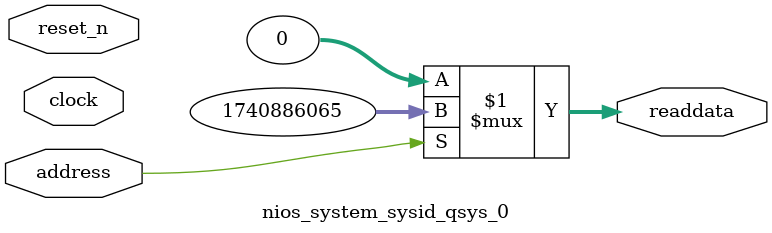
<source format=v>



// synthesis translate_off
`timescale 1ns / 1ps
// synthesis translate_on

// turn off superfluous verilog processor warnings 
// altera message_level Level1 
// altera message_off 10034 10035 10036 10037 10230 10240 10030 

module nios_system_sysid_qsys_0 (
               // inputs:
                address,
                clock,
                reset_n,

               // outputs:
                readdata
             )
;

  output  [ 31: 0] readdata;
  input            address;
  input            clock;
  input            reset_n;

  wire    [ 31: 0] readdata;
  //control_slave, which is an e_avalon_slave
  assign readdata = address ? 1740886065 : 0;

endmodule



</source>
